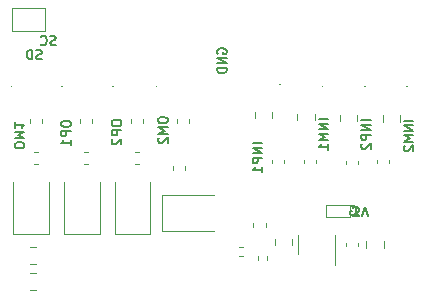
<source format=gbo>
G04 #@! TF.GenerationSoftware,KiCad,Pcbnew,9.0.4*
G04 #@! TF.CreationDate,2025-08-20T19:30:37-04:00*
G04 #@! TF.ProjectId,tac5212_audio_board_single_ended,74616335-3231-4325-9f61-7564696f5f62,rev?*
G04 #@! TF.SameCoordinates,Original*
G04 #@! TF.FileFunction,Legend,Bot*
G04 #@! TF.FilePolarity,Positive*
%FSLAX46Y46*%
G04 Gerber Fmt 4.6, Leading zero omitted, Abs format (unit mm)*
G04 Created by KiCad (PCBNEW 9.0.4) date 2025-08-20 19:30:37*
%MOMM*%
%LPD*%
G01*
G04 APERTURE LIST*
%ADD10C,0.150000*%
%ADD11C,0.120000*%
%ADD12C,0.100000*%
G04 APERTURE END LIST*
D10*
X13062295Y14533459D02*
X13062295Y14381078D01*
X13062295Y14381078D02*
X13100390Y14304888D01*
X13100390Y14304888D02*
X13176580Y14228697D01*
X13176580Y14228697D02*
X13328961Y14190602D01*
X13328961Y14190602D02*
X13595628Y14190602D01*
X13595628Y14190602D02*
X13748009Y14228697D01*
X13748009Y14228697D02*
X13824200Y14304888D01*
X13824200Y14304888D02*
X13862295Y14381078D01*
X13862295Y14381078D02*
X13862295Y14533459D01*
X13862295Y14533459D02*
X13824200Y14609650D01*
X13824200Y14609650D02*
X13748009Y14685840D01*
X13748009Y14685840D02*
X13595628Y14723936D01*
X13595628Y14723936D02*
X13328961Y14723936D01*
X13328961Y14723936D02*
X13176580Y14685840D01*
X13176580Y14685840D02*
X13100390Y14609650D01*
X13100390Y14609650D02*
X13062295Y14533459D01*
X13862295Y13847745D02*
X13062295Y13847745D01*
X13062295Y13847745D02*
X13062295Y13542983D01*
X13062295Y13542983D02*
X13100390Y13466793D01*
X13100390Y13466793D02*
X13138485Y13428698D01*
X13138485Y13428698D02*
X13214676Y13390602D01*
X13214676Y13390602D02*
X13328961Y13390602D01*
X13328961Y13390602D02*
X13405152Y13428698D01*
X13405152Y13428698D02*
X13443247Y13466793D01*
X13443247Y13466793D02*
X13481342Y13542983D01*
X13481342Y13542983D02*
X13481342Y13847745D01*
X13138485Y13085841D02*
X13100390Y13047745D01*
X13100390Y13047745D02*
X13062295Y12971555D01*
X13062295Y12971555D02*
X13062295Y12781079D01*
X13062295Y12781079D02*
X13100390Y12704888D01*
X13100390Y12704888D02*
X13138485Y12666793D01*
X13138485Y12666793D02*
X13214676Y12628698D01*
X13214676Y12628698D02*
X13290866Y12628698D01*
X13290866Y12628698D02*
X13405152Y12666793D01*
X13405152Y12666793D02*
X13862295Y13123936D01*
X13862295Y13123936D02*
X13862295Y12628698D01*
X34962295Y14675840D02*
X34162295Y14675840D01*
X34962295Y14294888D02*
X34162295Y14294888D01*
X34162295Y14294888D02*
X34962295Y13837745D01*
X34962295Y13837745D02*
X34162295Y13837745D01*
X34962295Y13456793D02*
X34162295Y13456793D01*
X34162295Y13456793D02*
X34162295Y13152031D01*
X34162295Y13152031D02*
X34200390Y13075841D01*
X34200390Y13075841D02*
X34238485Y13037746D01*
X34238485Y13037746D02*
X34314676Y12999650D01*
X34314676Y12999650D02*
X34428961Y12999650D01*
X34428961Y12999650D02*
X34505152Y13037746D01*
X34505152Y13037746D02*
X34543247Y13075841D01*
X34543247Y13075841D02*
X34581342Y13152031D01*
X34581342Y13152031D02*
X34581342Y13456793D01*
X34238485Y12694889D02*
X34200390Y12656793D01*
X34200390Y12656793D02*
X34162295Y12580603D01*
X34162295Y12580603D02*
X34162295Y12390127D01*
X34162295Y12390127D02*
X34200390Y12313936D01*
X34200390Y12313936D02*
X34238485Y12275841D01*
X34238485Y12275841D02*
X34314676Y12237746D01*
X34314676Y12237746D02*
X34390866Y12237746D01*
X34390866Y12237746D02*
X34505152Y12275841D01*
X34505152Y12275841D02*
X34962295Y12732984D01*
X34962295Y12732984D02*
X34962295Y12237746D01*
X22000390Y20327256D02*
X21962295Y20403446D01*
X21962295Y20403446D02*
X21962295Y20517732D01*
X21962295Y20517732D02*
X22000390Y20632018D01*
X22000390Y20632018D02*
X22076580Y20708208D01*
X22076580Y20708208D02*
X22152771Y20746303D01*
X22152771Y20746303D02*
X22305152Y20784399D01*
X22305152Y20784399D02*
X22419438Y20784399D01*
X22419438Y20784399D02*
X22571819Y20746303D01*
X22571819Y20746303D02*
X22648009Y20708208D01*
X22648009Y20708208D02*
X22724200Y20632018D01*
X22724200Y20632018D02*
X22762295Y20517732D01*
X22762295Y20517732D02*
X22762295Y20441541D01*
X22762295Y20441541D02*
X22724200Y20327256D01*
X22724200Y20327256D02*
X22686104Y20289160D01*
X22686104Y20289160D02*
X22419438Y20289160D01*
X22419438Y20289160D02*
X22419438Y20441541D01*
X22762295Y19946303D02*
X21962295Y19946303D01*
X21962295Y19946303D02*
X22762295Y19489160D01*
X22762295Y19489160D02*
X21962295Y19489160D01*
X22762295Y19108208D02*
X21962295Y19108208D01*
X21962295Y19108208D02*
X21962295Y18917732D01*
X21962295Y18917732D02*
X22000390Y18803446D01*
X22000390Y18803446D02*
X22076580Y18727256D01*
X22076580Y18727256D02*
X22152771Y18689161D01*
X22152771Y18689161D02*
X22305152Y18651065D01*
X22305152Y18651065D02*
X22419438Y18651065D01*
X22419438Y18651065D02*
X22571819Y18689161D01*
X22571819Y18689161D02*
X22648009Y18727256D01*
X22648009Y18727256D02*
X22724200Y18803446D01*
X22724200Y18803446D02*
X22762295Y18917732D01*
X22762295Y18917732D02*
X22762295Y19108208D01*
X38562295Y14628340D02*
X37762295Y14628340D01*
X38562295Y14247388D02*
X37762295Y14247388D01*
X37762295Y14247388D02*
X38562295Y13790245D01*
X38562295Y13790245D02*
X37762295Y13790245D01*
X38562295Y13409293D02*
X37762295Y13409293D01*
X37762295Y13409293D02*
X38333723Y13142627D01*
X38333723Y13142627D02*
X37762295Y12875960D01*
X37762295Y12875960D02*
X38562295Y12875960D01*
X37838485Y12533103D02*
X37800390Y12495007D01*
X37800390Y12495007D02*
X37762295Y12418817D01*
X37762295Y12418817D02*
X37762295Y12228341D01*
X37762295Y12228341D02*
X37800390Y12152150D01*
X37800390Y12152150D02*
X37838485Y12114055D01*
X37838485Y12114055D02*
X37914676Y12075960D01*
X37914676Y12075960D02*
X37990866Y12075960D01*
X37990866Y12075960D02*
X38105152Y12114055D01*
X38105152Y12114055D02*
X38562295Y12571198D01*
X38562295Y12571198D02*
X38562295Y12075960D01*
X16962295Y14758459D02*
X16962295Y14606078D01*
X16962295Y14606078D02*
X17000390Y14529888D01*
X17000390Y14529888D02*
X17076580Y14453697D01*
X17076580Y14453697D02*
X17228961Y14415602D01*
X17228961Y14415602D02*
X17495628Y14415602D01*
X17495628Y14415602D02*
X17648009Y14453697D01*
X17648009Y14453697D02*
X17724200Y14529888D01*
X17724200Y14529888D02*
X17762295Y14606078D01*
X17762295Y14606078D02*
X17762295Y14758459D01*
X17762295Y14758459D02*
X17724200Y14834650D01*
X17724200Y14834650D02*
X17648009Y14910840D01*
X17648009Y14910840D02*
X17495628Y14948936D01*
X17495628Y14948936D02*
X17228961Y14948936D01*
X17228961Y14948936D02*
X17076580Y14910840D01*
X17076580Y14910840D02*
X17000390Y14834650D01*
X17000390Y14834650D02*
X16962295Y14758459D01*
X17762295Y14072745D02*
X16962295Y14072745D01*
X16962295Y14072745D02*
X17533723Y13806079D01*
X17533723Y13806079D02*
X16962295Y13539412D01*
X16962295Y13539412D02*
X17762295Y13539412D01*
X17038485Y13196555D02*
X17000390Y13158459D01*
X17000390Y13158459D02*
X16962295Y13082269D01*
X16962295Y13082269D02*
X16962295Y12891793D01*
X16962295Y12891793D02*
X17000390Y12815602D01*
X17000390Y12815602D02*
X17038485Y12777507D01*
X17038485Y12777507D02*
X17114676Y12739412D01*
X17114676Y12739412D02*
X17190866Y12739412D01*
X17190866Y12739412D02*
X17305152Y12777507D01*
X17305152Y12777507D02*
X17762295Y13234650D01*
X17762295Y13234650D02*
X17762295Y12739412D01*
X33462969Y6552296D02*
X33958207Y6552296D01*
X33958207Y6552296D02*
X33691541Y6857058D01*
X33691541Y6857058D02*
X33805826Y6857058D01*
X33805826Y6857058D02*
X33882017Y6895153D01*
X33882017Y6895153D02*
X33920112Y6933248D01*
X33920112Y6933248D02*
X33958207Y7009439D01*
X33958207Y7009439D02*
X33958207Y7199915D01*
X33958207Y7199915D02*
X33920112Y7276105D01*
X33920112Y7276105D02*
X33882017Y7314200D01*
X33882017Y7314200D02*
X33805826Y7352296D01*
X33805826Y7352296D02*
X33577255Y7352296D01*
X33577255Y7352296D02*
X33501064Y7314200D01*
X33501064Y7314200D02*
X33462969Y7276105D01*
X34186779Y6552296D02*
X34453446Y7352296D01*
X34453446Y7352296D02*
X34720112Y6552296D01*
X7108208Y19875800D02*
X6993922Y19837705D01*
X6993922Y19837705D02*
X6803446Y19837705D01*
X6803446Y19837705D02*
X6727255Y19875800D01*
X6727255Y19875800D02*
X6689160Y19913896D01*
X6689160Y19913896D02*
X6651065Y19990086D01*
X6651065Y19990086D02*
X6651065Y20066277D01*
X6651065Y20066277D02*
X6689160Y20142467D01*
X6689160Y20142467D02*
X6727255Y20180562D01*
X6727255Y20180562D02*
X6803446Y20218658D01*
X6803446Y20218658D02*
X6955827Y20256753D01*
X6955827Y20256753D02*
X7032017Y20294848D01*
X7032017Y20294848D02*
X7070112Y20332943D01*
X7070112Y20332943D02*
X7108208Y20409134D01*
X7108208Y20409134D02*
X7108208Y20485324D01*
X7108208Y20485324D02*
X7070112Y20561515D01*
X7070112Y20561515D02*
X7032017Y20599610D01*
X7032017Y20599610D02*
X6955827Y20637705D01*
X6955827Y20637705D02*
X6765350Y20637705D01*
X6765350Y20637705D02*
X6651065Y20599610D01*
X6308207Y19837705D02*
X6308207Y20637705D01*
X6308207Y20637705D02*
X6117731Y20637705D01*
X6117731Y20637705D02*
X6003445Y20599610D01*
X6003445Y20599610D02*
X5927255Y20523420D01*
X5927255Y20523420D02*
X5889160Y20447229D01*
X5889160Y20447229D02*
X5851064Y20294848D01*
X5851064Y20294848D02*
X5851064Y20180562D01*
X5851064Y20180562D02*
X5889160Y20028181D01*
X5889160Y20028181D02*
X5927255Y19951991D01*
X5927255Y19951991D02*
X6003445Y19875800D01*
X6003445Y19875800D02*
X6117731Y19837705D01*
X6117731Y19837705D02*
X6308207Y19837705D01*
X8308208Y21075800D02*
X8193922Y21037705D01*
X8193922Y21037705D02*
X8003446Y21037705D01*
X8003446Y21037705D02*
X7927255Y21075800D01*
X7927255Y21075800D02*
X7889160Y21113896D01*
X7889160Y21113896D02*
X7851065Y21190086D01*
X7851065Y21190086D02*
X7851065Y21266277D01*
X7851065Y21266277D02*
X7889160Y21342467D01*
X7889160Y21342467D02*
X7927255Y21380562D01*
X7927255Y21380562D02*
X8003446Y21418658D01*
X8003446Y21418658D02*
X8155827Y21456753D01*
X8155827Y21456753D02*
X8232017Y21494848D01*
X8232017Y21494848D02*
X8270112Y21532943D01*
X8270112Y21532943D02*
X8308208Y21609134D01*
X8308208Y21609134D02*
X8308208Y21685324D01*
X8308208Y21685324D02*
X8270112Y21761515D01*
X8270112Y21761515D02*
X8232017Y21799610D01*
X8232017Y21799610D02*
X8155827Y21837705D01*
X8155827Y21837705D02*
X7965350Y21837705D01*
X7965350Y21837705D02*
X7851065Y21799610D01*
X7051064Y21113896D02*
X7089160Y21075800D01*
X7089160Y21075800D02*
X7203445Y21037705D01*
X7203445Y21037705D02*
X7279636Y21037705D01*
X7279636Y21037705D02*
X7393922Y21075800D01*
X7393922Y21075800D02*
X7470112Y21151991D01*
X7470112Y21151991D02*
X7508207Y21228181D01*
X7508207Y21228181D02*
X7546303Y21380562D01*
X7546303Y21380562D02*
X7546303Y21494848D01*
X7546303Y21494848D02*
X7508207Y21647229D01*
X7508207Y21647229D02*
X7470112Y21723420D01*
X7470112Y21723420D02*
X7393922Y21799610D01*
X7393922Y21799610D02*
X7279636Y21837705D01*
X7279636Y21837705D02*
X7203445Y21837705D01*
X7203445Y21837705D02*
X7089160Y21799610D01*
X7089160Y21799610D02*
X7051064Y21761515D01*
X8762295Y14458459D02*
X8762295Y14306078D01*
X8762295Y14306078D02*
X8800390Y14229888D01*
X8800390Y14229888D02*
X8876580Y14153697D01*
X8876580Y14153697D02*
X9028961Y14115602D01*
X9028961Y14115602D02*
X9295628Y14115602D01*
X9295628Y14115602D02*
X9448009Y14153697D01*
X9448009Y14153697D02*
X9524200Y14229888D01*
X9524200Y14229888D02*
X9562295Y14306078D01*
X9562295Y14306078D02*
X9562295Y14458459D01*
X9562295Y14458459D02*
X9524200Y14534650D01*
X9524200Y14534650D02*
X9448009Y14610840D01*
X9448009Y14610840D02*
X9295628Y14648936D01*
X9295628Y14648936D02*
X9028961Y14648936D01*
X9028961Y14648936D02*
X8876580Y14610840D01*
X8876580Y14610840D02*
X8800390Y14534650D01*
X8800390Y14534650D02*
X8762295Y14458459D01*
X9562295Y13772745D02*
X8762295Y13772745D01*
X8762295Y13772745D02*
X8762295Y13467983D01*
X8762295Y13467983D02*
X8800390Y13391793D01*
X8800390Y13391793D02*
X8838485Y13353698D01*
X8838485Y13353698D02*
X8914676Y13315602D01*
X8914676Y13315602D02*
X9028961Y13315602D01*
X9028961Y13315602D02*
X9105152Y13353698D01*
X9105152Y13353698D02*
X9143247Y13391793D01*
X9143247Y13391793D02*
X9181342Y13467983D01*
X9181342Y13467983D02*
X9181342Y13772745D01*
X9562295Y12553698D02*
X9562295Y13010841D01*
X9562295Y12782269D02*
X8762295Y12782269D01*
X8762295Y12782269D02*
X8876580Y12858460D01*
X8876580Y12858460D02*
X8952771Y12934650D01*
X8952771Y12934650D02*
X8990866Y13010841D01*
X31362295Y14748340D02*
X30562295Y14748340D01*
X31362295Y14367388D02*
X30562295Y14367388D01*
X30562295Y14367388D02*
X31362295Y13910245D01*
X31362295Y13910245D02*
X30562295Y13910245D01*
X31362295Y13529293D02*
X30562295Y13529293D01*
X30562295Y13529293D02*
X31133723Y13262627D01*
X31133723Y13262627D02*
X30562295Y12995960D01*
X30562295Y12995960D02*
X31362295Y12995960D01*
X31362295Y12195960D02*
X31362295Y12653103D01*
X31362295Y12424531D02*
X30562295Y12424531D01*
X30562295Y12424531D02*
X30676580Y12500722D01*
X30676580Y12500722D02*
X30752771Y12576912D01*
X30752771Y12576912D02*
X30790866Y12653103D01*
X33291793Y7399610D02*
X33367983Y7437705D01*
X33367983Y7437705D02*
X33482269Y7437705D01*
X33482269Y7437705D02*
X33596555Y7399610D01*
X33596555Y7399610D02*
X33672745Y7323420D01*
X33672745Y7323420D02*
X33710840Y7247229D01*
X33710840Y7247229D02*
X33748936Y7094848D01*
X33748936Y7094848D02*
X33748936Y6980562D01*
X33748936Y6980562D02*
X33710840Y6828181D01*
X33710840Y6828181D02*
X33672745Y6751991D01*
X33672745Y6751991D02*
X33596555Y6675800D01*
X33596555Y6675800D02*
X33482269Y6637705D01*
X33482269Y6637705D02*
X33406078Y6637705D01*
X33406078Y6637705D02*
X33291793Y6675800D01*
X33291793Y6675800D02*
X33253697Y6713896D01*
X33253697Y6713896D02*
X33253697Y6980562D01*
X33253697Y6980562D02*
X33406078Y6980562D01*
X5637704Y12479888D02*
X5637704Y12632269D01*
X5637704Y12632269D02*
X5599609Y12708459D01*
X5599609Y12708459D02*
X5523419Y12784650D01*
X5523419Y12784650D02*
X5371038Y12822745D01*
X5371038Y12822745D02*
X5104371Y12822745D01*
X5104371Y12822745D02*
X4951990Y12784650D01*
X4951990Y12784650D02*
X4875800Y12708459D01*
X4875800Y12708459D02*
X4837704Y12632269D01*
X4837704Y12632269D02*
X4837704Y12479888D01*
X4837704Y12479888D02*
X4875800Y12403697D01*
X4875800Y12403697D02*
X4951990Y12327507D01*
X4951990Y12327507D02*
X5104371Y12289411D01*
X5104371Y12289411D02*
X5371038Y12289411D01*
X5371038Y12289411D02*
X5523419Y12327507D01*
X5523419Y12327507D02*
X5599609Y12403697D01*
X5599609Y12403697D02*
X5637704Y12479888D01*
X4837704Y13165602D02*
X5637704Y13165602D01*
X5637704Y13165602D02*
X5066276Y13432268D01*
X5066276Y13432268D02*
X5637704Y13698935D01*
X5637704Y13698935D02*
X4837704Y13698935D01*
X4837704Y14498935D02*
X4837704Y14041792D01*
X4837704Y14270364D02*
X5637704Y14270364D01*
X5637704Y14270364D02*
X5523419Y14194173D01*
X5523419Y14194173D02*
X5447228Y14117983D01*
X5447228Y14117983D02*
X5409133Y14041792D01*
X25762295Y12710840D02*
X24962295Y12710840D01*
X25762295Y12329888D02*
X24962295Y12329888D01*
X24962295Y12329888D02*
X25762295Y11872745D01*
X25762295Y11872745D02*
X24962295Y11872745D01*
X25762295Y11491793D02*
X24962295Y11491793D01*
X24962295Y11491793D02*
X24962295Y11187031D01*
X24962295Y11187031D02*
X25000390Y11110841D01*
X25000390Y11110841D02*
X25038485Y11072746D01*
X25038485Y11072746D02*
X25114676Y11034650D01*
X25114676Y11034650D02*
X25228961Y11034650D01*
X25228961Y11034650D02*
X25305152Y11072746D01*
X25305152Y11072746D02*
X25343247Y11110841D01*
X25343247Y11110841D02*
X25381342Y11187031D01*
X25381342Y11187031D02*
X25381342Y11491793D01*
X25762295Y10272746D02*
X25762295Y10729889D01*
X25762295Y10501317D02*
X24962295Y10501317D01*
X24962295Y10501317D02*
X25076580Y10577508D01*
X25076580Y10577508D02*
X25152771Y10653698D01*
X25152771Y10653698D02*
X25190866Y10729889D01*
D11*
G04 #@! TO.C,T\u002AC108*
X34599314Y3901248D02*
X34599314Y4423752D01*
X36069314Y3901248D02*
X36069314Y4423752D01*
G04 #@! TO.C,C127*
X26590000Y11346267D02*
X26590000Y11053733D01*
X27610000Y11346267D02*
X27610000Y11053733D01*
D12*
G04 #@! TO.C,D111*
X16885000Y17500000D02*
G75*
G02*
X16785000Y17500000I-50000J0D01*
G01*
X16785000Y17500000D02*
G75*
G02*
X16885000Y17500000I50000J0D01*
G01*
D11*
G04 #@! TO.C,R108*
X10728733Y12010000D02*
X11071267Y12010000D01*
X10728733Y10990000D02*
X11071267Y10990000D01*
G04 #@! TO.C,T\u002AC109*
X32890000Y4016233D02*
X32890000Y4308767D01*
X33910000Y4016233D02*
X33910000Y4308767D01*
G04 #@! TO.C,R128*
X25420000Y2846359D02*
X25420000Y3153641D01*
X26180000Y2846359D02*
X26180000Y3153641D01*
G04 #@! TO.C,C124*
X35490000Y11346267D02*
X35490000Y11053733D01*
X36510000Y11346267D02*
X36510000Y11053733D01*
G04 #@! TO.C,C131*
X6138748Y1710000D02*
X6661252Y1710000D01*
X6138748Y290000D02*
X6661252Y290000D01*
G04 #@! TO.C,C130*
X6661252Y3910000D02*
X6138748Y3910000D01*
X6661252Y2490000D02*
X6138748Y2490000D01*
G04 #@! TO.C,C125*
X32890000Y11246267D02*
X32890000Y10953733D01*
X33910000Y11246267D02*
X33910000Y10953733D01*
G04 #@! TO.C,C114*
X4690000Y9450000D02*
X4690000Y5065000D01*
X4690000Y5065000D02*
X7710000Y5065000D01*
X7710000Y5065000D02*
X7710000Y9450000D01*
G04 #@! TO.C,T\u002AC110*
X26865000Y4661252D02*
X26865000Y4138748D01*
X28335000Y4661252D02*
X28335000Y4138748D01*
G04 #@! TO.C,3V108*
D12*
X31140000Y6490000D02*
X33250000Y6490000D01*
X33250000Y7490000D01*
X31140000Y7490000D01*
X31140000Y6490000D01*
D11*
G04 #@! TO.C,MCLK108*
X4600000Y24200000D02*
X4600000Y22200000D01*
X4600000Y22200000D02*
X7400000Y22200000D01*
X7400000Y24200000D02*
X4600000Y24200000D01*
X7400000Y22200000D02*
X7400000Y24200000D01*
G04 #@! TO.C,C122*
X17290001Y8310000D02*
X17290001Y5290000D01*
X17290001Y5290000D02*
X21675001Y5290000D01*
X21675001Y8310000D02*
X17290001Y8310000D01*
G04 #@! TO.C,R109*
X6771267Y12010000D02*
X6428733Y12010000D01*
X6771267Y10990000D02*
X6428733Y10990000D01*
D12*
G04 #@! TO.C,D113*
X34515000Y17565000D02*
G75*
G02*
X34415000Y17565000I-50000J0D01*
G01*
X34415000Y17565000D02*
G75*
G02*
X34515000Y17565000I50000J0D01*
G01*
D11*
G04 #@! TO.C,FB110*
X28765000Y15198752D02*
X28765000Y14676248D01*
X30235000Y15198752D02*
X30235000Y14676248D01*
G04 #@! TO.C,FB111*
X25165000Y15361252D02*
X25165000Y14838748D01*
X26635000Y15361252D02*
X26635000Y14838748D01*
G04 #@! TO.C,R111*
X15028733Y12010000D02*
X15371267Y12010000D01*
X15028733Y10990000D02*
X15371267Y10990000D01*
D12*
G04 #@! TO.C,D112*
X38115000Y17517500D02*
G75*
G02*
X38015000Y17517500I-50000J0D01*
G01*
X38015000Y17517500D02*
G75*
G02*
X38115000Y17517500I50000J0D01*
G01*
D11*
G04 #@! TO.C,C123*
X18590000Y14453733D02*
X18590000Y14746267D01*
X19610000Y14453733D02*
X19610000Y14746267D01*
G04 #@! TO.C,U109*
X28851814Y4185000D02*
X28851814Y4985000D01*
X28851814Y4185000D02*
X28851814Y3385000D01*
X31971814Y4185000D02*
X31971814Y4985000D01*
X31971814Y4185000D02*
X31971814Y2385000D01*
D12*
G04 #@! TO.C,D108*
X8885000Y17500000D02*
G75*
G02*
X8785000Y17500000I-50000J0D01*
G01*
X8785000Y17500000D02*
G75*
G02*
X8885000Y17500000I50000J0D01*
G01*
D11*
G04 #@! TO.C,C113*
X10390000Y14453733D02*
X10390000Y14746267D01*
X11410000Y14453733D02*
X11410000Y14746267D01*
G04 #@! TO.C,C126*
X29290000Y11346267D02*
X29290000Y11053733D01*
X30310000Y11346267D02*
X30310000Y11053733D01*
D12*
G04 #@! TO.C,D110*
X13185000Y17500000D02*
G75*
G02*
X13085000Y17500000I-50000J0D01*
G01*
X13085000Y17500000D02*
G75*
G02*
X13185000Y17500000I50000J0D01*
G01*
D11*
G04 #@! TO.C,C110*
X8990000Y9450000D02*
X8990000Y5065000D01*
X8990000Y5065000D02*
X12010000Y5065000D01*
X12010000Y5065000D02*
X12010000Y9450000D01*
D12*
G04 #@! TO.C,D109*
X4585000Y17500000D02*
G75*
G02*
X4485000Y17500000I-50000J0D01*
G01*
X4485000Y17500000D02*
G75*
G02*
X4585000Y17500000I50000J0D01*
G01*
D11*
G04 #@! TO.C,SCL109*
X24167621Y3980000D02*
X23832379Y3980000D01*
X24167621Y3220000D02*
X23832379Y3220000D01*
G04 #@! TO.C,C121*
X14690000Y14453733D02*
X14690000Y14746267D01*
X15710000Y14453733D02*
X15710000Y14746267D01*
G04 #@! TO.C,C120*
X13290000Y9450000D02*
X13290000Y5065000D01*
X13290000Y5065000D02*
X16310000Y5065000D01*
X16310000Y5065000D02*
X16310000Y9450000D01*
D12*
G04 #@! TO.C,D114*
X30915000Y17565000D02*
G75*
G02*
X30815000Y17565000I-50000J0D01*
G01*
X30815000Y17565000D02*
G75*
G02*
X30915000Y17565000I50000J0D01*
G01*
D11*
G04 #@! TO.C,R116*
X18190000Y10771267D02*
X18190000Y10428733D01*
X19210000Y10771267D02*
X19210000Y10428733D01*
G04 #@! TO.C,FB109*
X32365000Y15126252D02*
X32365000Y14603748D01*
X33835000Y15126252D02*
X33835000Y14603748D01*
G04 #@! TO.C,FB108*
X35965000Y15088752D02*
X35965000Y14566248D01*
X37435000Y15088752D02*
X37435000Y14566248D01*
D12*
G04 #@! TO.C,D115*
X27315000Y17700000D02*
G75*
G02*
X27215000Y17700000I-50000J0D01*
G01*
X27215000Y17700000D02*
G75*
G02*
X27315000Y17700000I50000J0D01*
G01*
D11*
G04 #@! TO.C,C129*
X25039617Y5958185D02*
X25039617Y5665651D01*
X26059617Y5958185D02*
X26059617Y5665651D01*
G04 #@! TO.C,C117*
X6090000Y14453733D02*
X6090000Y14746267D01*
X7110000Y14453733D02*
X7110000Y14746267D01*
G04 #@! TD*
M02*

</source>
